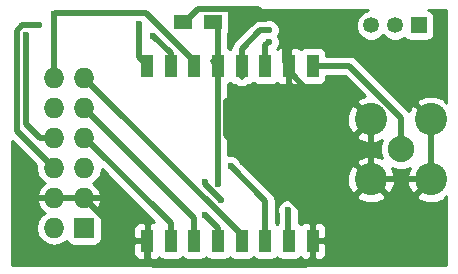
<source format=gbr>
G04 #@! TF.FileFunction,Copper,L1,Top,Signal*
%FSLAX46Y46*%
G04 Gerber Fmt 4.6, Leading zero omitted, Abs format (unit mm)*
G04 Created by KiCad (PCBNEW 4.0.5+dfsg1-4) date Sun Nov 25 22:45:50 2018*
%MOMM*%
%LPD*%
G01*
G04 APERTURE LIST*
%ADD10C,0.100000*%
%ADD11R,1.500000X1.250000*%
%ADD12R,1.050000X1.950000*%
%ADD13C,2.740000*%
%ADD14C,2.240000*%
%ADD15R,1.727200X1.727200*%
%ADD16O,1.727200X1.727200*%
%ADD17R,1.350000X1.350000*%
%ADD18C,1.350000*%
%ADD19C,0.600000*%
%ADD20C,0.500000*%
%ADD21C,0.250000*%
%ADD22C,0.254000*%
G04 APERTURE END LIST*
D10*
D11*
X111580000Y-99740000D03*
X109080000Y-99740000D03*
D12*
X106020000Y-118240000D03*
X108020000Y-118240000D03*
X110020000Y-118240000D03*
X112020000Y-118240000D03*
X114020000Y-118240000D03*
X116020000Y-118240000D03*
X118020000Y-118240000D03*
X120020000Y-118240000D03*
X120020000Y-103440000D03*
X118020000Y-103440000D03*
X116020000Y-103440000D03*
X114020000Y-103440000D03*
X112020000Y-103440000D03*
X110020000Y-103440000D03*
X108020000Y-103440000D03*
X106020000Y-103440000D03*
D13*
X124960000Y-113040000D03*
X130040000Y-113040000D03*
X130040000Y-107960000D03*
X124960000Y-107960000D03*
D14*
X127500000Y-110500000D03*
D15*
X100665000Y-117145000D03*
D16*
X98125000Y-117145000D03*
X100665000Y-114605000D03*
X98125000Y-114605000D03*
X100665000Y-112065000D03*
X98125000Y-112065000D03*
X100665000Y-109525000D03*
X98125000Y-109525000D03*
X100665000Y-106985000D03*
X98125000Y-106985000D03*
X100665000Y-104445000D03*
X98125000Y-104445000D03*
D17*
X129000000Y-100000000D03*
D18*
X127000000Y-100000000D03*
X125000000Y-100000000D03*
D19*
X111975000Y-113450000D03*
X110900000Y-116075000D03*
X112250000Y-114825000D03*
X110875000Y-113225000D03*
X98100000Y-99000000D03*
X113075000Y-111950000D03*
X106550000Y-100875000D03*
X95725000Y-100800000D03*
X105300000Y-99875000D03*
X96850000Y-100000000D03*
X117975000Y-115650000D03*
X116300000Y-100400000D03*
X116300000Y-101400000D03*
D20*
X112020000Y-103440000D02*
X112020000Y-113405000D01*
X112020000Y-113405000D02*
X111975000Y-113450000D01*
X112020000Y-102990000D02*
X112020000Y-103440000D01*
X112020000Y-103440000D02*
X112020000Y-100180000D01*
X112020000Y-100180000D02*
X111580000Y-99740000D01*
X112020000Y-104216400D02*
X112020000Y-103440000D01*
X112000000Y-103460000D02*
X112020000Y-103440000D01*
X111580000Y-103000000D02*
X112020000Y-103440000D01*
X106020000Y-118240000D02*
X106020000Y-119715000D01*
X106020000Y-119715000D02*
X106555000Y-120250000D01*
X106555000Y-120250000D02*
X119500000Y-120250000D01*
X119500000Y-120250000D02*
X120020000Y-119730000D01*
X120020000Y-119730000D02*
X120020000Y-118240000D01*
X120720001Y-106590001D02*
X120580000Y-106450000D01*
X120580000Y-106450000D02*
X118020000Y-103890000D01*
X112720010Y-106404990D02*
X112765020Y-106450000D01*
X112765020Y-106450000D02*
X120580000Y-106450000D01*
X112720010Y-109285008D02*
X112720010Y-106404990D01*
X120020000Y-118240000D02*
X120020000Y-116584998D01*
X120020000Y-116584998D02*
X112720010Y-109285008D01*
X124960000Y-107960000D02*
X123590001Y-106590001D01*
X123590001Y-106590001D02*
X120720001Y-106590001D01*
X118020000Y-103890000D02*
X118020000Y-103440000D01*
X120020000Y-118240000D02*
X120020000Y-118690000D01*
X106020000Y-118690000D02*
X106020000Y-118240000D01*
X100665000Y-114605000D02*
X98125000Y-114605000D01*
X106020000Y-118240000D02*
X104300000Y-118240000D01*
X104300000Y-118240000D02*
X100665000Y-114605000D01*
X120020000Y-118240000D02*
X120020000Y-117790000D01*
X124770000Y-113040000D02*
X124960000Y-113040000D01*
X124960000Y-107960000D02*
X124960000Y-113040000D01*
X106020000Y-118240000D02*
X106020000Y-117790000D01*
X130040000Y-113040000D02*
X130040000Y-111102528D01*
X130040000Y-111102528D02*
X130040000Y-107960000D01*
X124960000Y-113040000D02*
X130040000Y-113040000D01*
X116134000Y-99360000D02*
X115389000Y-98615000D01*
X110330000Y-98615000D02*
X109205000Y-99740000D01*
X109205000Y-99740000D02*
X109080000Y-99740000D01*
X115389000Y-98615000D02*
X110330000Y-98615000D01*
X116134000Y-99360000D02*
X117650000Y-99360000D01*
X117650000Y-99360000D02*
X117650000Y-103070000D01*
X117650000Y-103070000D02*
X118020000Y-103440000D01*
X114020000Y-118240000D02*
X114020000Y-117790000D01*
X114020000Y-117790000D02*
X100675000Y-104445000D01*
X100675000Y-104445000D02*
X100665000Y-104445000D01*
X114020000Y-118240000D02*
X114020000Y-117700000D01*
X110020000Y-118240000D02*
X110020000Y-116340000D01*
X110020000Y-116340000D02*
X100665000Y-106985000D01*
X110000000Y-118220000D02*
X110020000Y-118240000D01*
X110020000Y-118240000D02*
X110020000Y-117790000D01*
D21*
X110020000Y-118240000D02*
X110020000Y-118690000D01*
D20*
X108020000Y-118240000D02*
X108020000Y-116765000D01*
X108020000Y-116765000D02*
X100780000Y-109525000D01*
X100780000Y-109525000D02*
X100665000Y-109525000D01*
X108020000Y-118240000D02*
X108020000Y-118550002D01*
X108020000Y-118240000D02*
X108020000Y-117790000D01*
X108020000Y-118240000D02*
X108020000Y-118690000D01*
X110900000Y-116075000D02*
X112020000Y-117195000D01*
X112020000Y-117195000D02*
X112020000Y-118240000D01*
X110875000Y-113225000D02*
X110875000Y-113450000D01*
X110875000Y-113450000D02*
X112250000Y-114825000D01*
X112020000Y-118240000D02*
X112020000Y-117790000D01*
X98100000Y-99000000D02*
X98100000Y-104420000D01*
X98100000Y-104420000D02*
X98125000Y-104445000D01*
X105955000Y-98925000D02*
X98175000Y-98925000D01*
X98175000Y-98925000D02*
X98100000Y-99000000D01*
X110020000Y-102990000D02*
X105955000Y-98925000D01*
X110020000Y-103440000D02*
X110020000Y-102990000D01*
D21*
X110020000Y-103440000D02*
X110020000Y-103890000D01*
X110020000Y-103890000D02*
X110000000Y-103910000D01*
D20*
X116020000Y-118240000D02*
X116020000Y-114895000D01*
X116020000Y-114895000D02*
X113075000Y-111950000D01*
D21*
X116020000Y-117790000D02*
X116020000Y-118240000D01*
D20*
X106550000Y-100875000D02*
X108020000Y-102345000D01*
X108020000Y-102345000D02*
X108020000Y-103440000D01*
X95725000Y-108346314D02*
X95725000Y-107440870D01*
X95725000Y-107440870D02*
X95725000Y-100800000D01*
X98125000Y-109525000D02*
X96903686Y-109525000D01*
X96903686Y-109525000D02*
X95725000Y-108346314D01*
X107867831Y-103592169D02*
X108020000Y-103440000D01*
X108020000Y-103440000D02*
X108020000Y-102990000D01*
D21*
X108020000Y-103440000D02*
X108020000Y-103890000D01*
X108020000Y-103890000D02*
X108000000Y-103910000D01*
D20*
X105300000Y-99875000D02*
X105300000Y-102720000D01*
X105300000Y-102720000D02*
X106020000Y-103440000D01*
X98125000Y-112065000D02*
X94974999Y-108914999D01*
X94974999Y-108914999D02*
X94974999Y-100439999D01*
X94974999Y-100439999D02*
X95414998Y-100000000D01*
X95414998Y-100000000D02*
X96850000Y-100000000D01*
D21*
X106020000Y-103440000D02*
X106020000Y-103890000D01*
D20*
X120020000Y-103440000D02*
X123133602Y-103440000D01*
X123133602Y-103440000D02*
X127500000Y-107806398D01*
X127500000Y-107806398D02*
X127500000Y-108916081D01*
X127500000Y-108916081D02*
X127500000Y-110500000D01*
X120190000Y-103270000D02*
X120020000Y-103440000D01*
X117975000Y-115650000D02*
X117975000Y-118195000D01*
X117975000Y-118195000D02*
X118020000Y-118240000D01*
X118000000Y-118220000D02*
X118020000Y-118240000D01*
X118020000Y-117790000D02*
X118020000Y-118240000D01*
X114020000Y-103440000D02*
X114020000Y-101965000D01*
X114020000Y-101965000D02*
X115585000Y-100400000D01*
X115585000Y-100400000D02*
X116300000Y-100400000D01*
X114020000Y-104376000D02*
X114020000Y-103440000D01*
X116020000Y-103440000D02*
X116020000Y-101680000D01*
X116020000Y-101680000D02*
X116300000Y-101400000D01*
X116020000Y-103890000D02*
X116020000Y-103440000D01*
D22*
G36*
X124258914Y-98888789D02*
X123890084Y-99256976D01*
X123690228Y-99738282D01*
X123689774Y-100259432D01*
X123888789Y-100741086D01*
X124256976Y-101109916D01*
X124738282Y-101309772D01*
X125259432Y-101310226D01*
X125741086Y-101111211D01*
X126000129Y-100852620D01*
X126256976Y-101109916D01*
X126738282Y-101309772D01*
X127259432Y-101310226D01*
X127741086Y-101111211D01*
X127808077Y-101044337D01*
X127860910Y-101126441D01*
X128073110Y-101271431D01*
X128325000Y-101322440D01*
X129675000Y-101322440D01*
X129910317Y-101278162D01*
X130126441Y-101139090D01*
X130271431Y-100926890D01*
X130322440Y-100675000D01*
X130322440Y-99325000D01*
X130278162Y-99089683D01*
X130139090Y-98873559D01*
X129926890Y-98728569D01*
X129835194Y-98710000D01*
X131290000Y-98710000D01*
X131290000Y-106530392D01*
X131280440Y-106539952D01*
X131136531Y-106234688D01*
X130392814Y-105946395D01*
X129595385Y-105964656D01*
X128943469Y-106234688D01*
X128799559Y-106539954D01*
X130040000Y-107780395D01*
X130054143Y-107766253D01*
X130233748Y-107945858D01*
X130219605Y-107960000D01*
X130233748Y-107974143D01*
X130054143Y-108153748D01*
X130040000Y-108139605D01*
X130025858Y-108153748D01*
X129846253Y-107974143D01*
X129860395Y-107960000D01*
X128619954Y-106719559D01*
X128314688Y-106863469D01*
X128167535Y-107243084D01*
X128125790Y-107180608D01*
X128125787Y-107180606D01*
X123759392Y-102814210D01*
X123712133Y-102782633D01*
X123472277Y-102622367D01*
X123416086Y-102611190D01*
X123133602Y-102554999D01*
X123133597Y-102555000D01*
X121192440Y-102555000D01*
X121192440Y-102465000D01*
X121148162Y-102229683D01*
X121009090Y-102013559D01*
X120796890Y-101868569D01*
X120545000Y-101817560D01*
X119495000Y-101817560D01*
X119259683Y-101861838D01*
X119043559Y-102000910D01*
X119017327Y-102039302D01*
X118904699Y-101926673D01*
X118671310Y-101830000D01*
X118305750Y-101830000D01*
X118147000Y-101988750D01*
X118147000Y-103313000D01*
X118167000Y-103313000D01*
X118167000Y-103567000D01*
X118147000Y-103567000D01*
X118147000Y-104891250D01*
X118305750Y-105050000D01*
X118671310Y-105050000D01*
X118904699Y-104953327D01*
X119015513Y-104842513D01*
X119030910Y-104866441D01*
X119243110Y-105011431D01*
X119495000Y-105062440D01*
X120545000Y-105062440D01*
X120780317Y-105018162D01*
X120996441Y-104879090D01*
X121141431Y-104666890D01*
X121192440Y-104415000D01*
X121192440Y-104325000D01*
X122767022Y-104325000D01*
X124438518Y-105996495D01*
X123863469Y-106234688D01*
X123719559Y-106539954D01*
X124960000Y-107780395D01*
X124974143Y-107766253D01*
X125153748Y-107945858D01*
X125139605Y-107960000D01*
X125153748Y-107974143D01*
X124974143Y-108153748D01*
X124960000Y-108139605D01*
X123719559Y-109380046D01*
X123863469Y-109685312D01*
X124607186Y-109973605D01*
X125404615Y-109955344D01*
X125913381Y-109744606D01*
X125745306Y-110149377D01*
X125744697Y-110847559D01*
X125915049Y-111259844D01*
X125312814Y-111026395D01*
X124515385Y-111044656D01*
X123863469Y-111314688D01*
X123719559Y-111619954D01*
X124960000Y-112860395D01*
X124974143Y-112846253D01*
X125153748Y-113025858D01*
X125139605Y-113040000D01*
X126380046Y-114280441D01*
X126685312Y-114136531D01*
X126973605Y-113392814D01*
X126955344Y-112595385D01*
X126744606Y-112086619D01*
X127149377Y-112254694D01*
X127847559Y-112255303D01*
X128259844Y-112084951D01*
X128026395Y-112687186D01*
X128044656Y-113484615D01*
X128314688Y-114136531D01*
X128619954Y-114280441D01*
X129860395Y-113040000D01*
X129846253Y-113025858D01*
X130025858Y-112846253D01*
X130040000Y-112860395D01*
X130054143Y-112846253D01*
X130233748Y-113025858D01*
X130219605Y-113040000D01*
X130233748Y-113054143D01*
X130054143Y-113233748D01*
X130040000Y-113219605D01*
X128799559Y-114460046D01*
X128943469Y-114765312D01*
X129687186Y-115053605D01*
X130484615Y-115035344D01*
X131136531Y-114765312D01*
X131280440Y-114460048D01*
X131290000Y-114469608D01*
X131290000Y-120290000D01*
X94610000Y-120290000D01*
X94610000Y-117145000D01*
X96597041Y-117145000D01*
X96711115Y-117718489D01*
X97035971Y-118204670D01*
X97522152Y-118529526D01*
X98095641Y-118643600D01*
X98154359Y-118643600D01*
X98727848Y-118529526D01*
X99193442Y-118218426D01*
X99198238Y-118243917D01*
X99337310Y-118460041D01*
X99549510Y-118605031D01*
X99801400Y-118656040D01*
X101528600Y-118656040D01*
X101763917Y-118611762D01*
X101897583Y-118525750D01*
X104860000Y-118525750D01*
X104860000Y-119341309D01*
X104956673Y-119574698D01*
X105135301Y-119753327D01*
X105368690Y-119850000D01*
X105734250Y-119850000D01*
X105893000Y-119691250D01*
X105893000Y-118367000D01*
X105018750Y-118367000D01*
X104860000Y-118525750D01*
X101897583Y-118525750D01*
X101980041Y-118472690D01*
X102125031Y-118260490D01*
X102176040Y-118008600D01*
X102176040Y-117138691D01*
X104860000Y-117138691D01*
X104860000Y-117954250D01*
X105018750Y-118113000D01*
X105893000Y-118113000D01*
X105893000Y-116788750D01*
X105734250Y-116630000D01*
X105368690Y-116630000D01*
X105135301Y-116726673D01*
X104956673Y-116905302D01*
X104860000Y-117138691D01*
X102176040Y-117138691D01*
X102176040Y-116281400D01*
X102131762Y-116046083D01*
X101992690Y-115829959D01*
X101780490Y-115684969D01*
X101686625Y-115665961D01*
X101947688Y-115379947D01*
X102119958Y-114964026D01*
X101998817Y-114732000D01*
X100792000Y-114732000D01*
X100792000Y-114752000D01*
X100538000Y-114752000D01*
X100538000Y-114732000D01*
X98252000Y-114732000D01*
X98252000Y-114752000D01*
X97998000Y-114752000D01*
X97998000Y-114732000D01*
X96791183Y-114732000D01*
X96670042Y-114964026D01*
X96842312Y-115379947D01*
X97236510Y-115811821D01*
X97359228Y-115869336D01*
X97035971Y-116085330D01*
X96711115Y-116571511D01*
X96597041Y-117145000D01*
X94610000Y-117145000D01*
X94610000Y-109801580D01*
X96642895Y-111834475D01*
X96597041Y-112065000D01*
X96711115Y-112638489D01*
X97035971Y-113124670D01*
X97359228Y-113340664D01*
X97236510Y-113398179D01*
X96842312Y-113830053D01*
X96670042Y-114245974D01*
X96791183Y-114478000D01*
X97998000Y-114478000D01*
X97998000Y-114458000D01*
X98252000Y-114458000D01*
X98252000Y-114478000D01*
X100538000Y-114478000D01*
X100538000Y-114458000D01*
X100792000Y-114458000D01*
X100792000Y-114478000D01*
X101998817Y-114478000D01*
X102119958Y-114245974D01*
X101947688Y-113830053D01*
X101553490Y-113398179D01*
X101430772Y-113340664D01*
X101754029Y-113124670D01*
X102078885Y-112638489D01*
X102172297Y-112168876D01*
X106633421Y-116630000D01*
X106305750Y-116630000D01*
X106147000Y-116788750D01*
X106147000Y-118113000D01*
X106167000Y-118113000D01*
X106167000Y-118367000D01*
X106147000Y-118367000D01*
X106147000Y-119691250D01*
X106305750Y-119850000D01*
X106671310Y-119850000D01*
X106904699Y-119753327D01*
X107015513Y-119642513D01*
X107030910Y-119666441D01*
X107243110Y-119811431D01*
X107495000Y-119862440D01*
X108545000Y-119862440D01*
X108780317Y-119818162D01*
X108996441Y-119679090D01*
X109018384Y-119646975D01*
X109030910Y-119666441D01*
X109243110Y-119811431D01*
X109495000Y-119862440D01*
X110545000Y-119862440D01*
X110780317Y-119818162D01*
X110996441Y-119679090D01*
X111018384Y-119646975D01*
X111030910Y-119666441D01*
X111243110Y-119811431D01*
X111495000Y-119862440D01*
X112545000Y-119862440D01*
X112780317Y-119818162D01*
X112996441Y-119679090D01*
X113018384Y-119646975D01*
X113030910Y-119666441D01*
X113243110Y-119811431D01*
X113495000Y-119862440D01*
X114545000Y-119862440D01*
X114780317Y-119818162D01*
X114996441Y-119679090D01*
X115018384Y-119646975D01*
X115030910Y-119666441D01*
X115243110Y-119811431D01*
X115495000Y-119862440D01*
X116545000Y-119862440D01*
X116780317Y-119818162D01*
X116996441Y-119679090D01*
X117018384Y-119646975D01*
X117030910Y-119666441D01*
X117243110Y-119811431D01*
X117495000Y-119862440D01*
X118545000Y-119862440D01*
X118780317Y-119818162D01*
X118996441Y-119679090D01*
X119022673Y-119640698D01*
X119135301Y-119753327D01*
X119368690Y-119850000D01*
X119734250Y-119850000D01*
X119893000Y-119691250D01*
X119893000Y-118367000D01*
X120147000Y-118367000D01*
X120147000Y-119691250D01*
X120305750Y-119850000D01*
X120671310Y-119850000D01*
X120904699Y-119753327D01*
X121083327Y-119574698D01*
X121180000Y-119341309D01*
X121180000Y-118525750D01*
X121021250Y-118367000D01*
X120147000Y-118367000D01*
X119893000Y-118367000D01*
X119873000Y-118367000D01*
X119873000Y-118113000D01*
X119893000Y-118113000D01*
X119893000Y-116788750D01*
X120147000Y-116788750D01*
X120147000Y-118113000D01*
X121021250Y-118113000D01*
X121180000Y-117954250D01*
X121180000Y-117138691D01*
X121083327Y-116905302D01*
X120904699Y-116726673D01*
X120671310Y-116630000D01*
X120305750Y-116630000D01*
X120147000Y-116788750D01*
X119893000Y-116788750D01*
X119734250Y-116630000D01*
X119368690Y-116630000D01*
X119135301Y-116726673D01*
X119024487Y-116837487D01*
X119009090Y-116813559D01*
X118860000Y-116711690D01*
X118860000Y-115956822D01*
X118909838Y-115836799D01*
X118910162Y-115464833D01*
X118768117Y-115121057D01*
X118505327Y-114857808D01*
X118161799Y-114715162D01*
X117789833Y-114714838D01*
X117446057Y-114856883D01*
X117182808Y-115119673D01*
X117040162Y-115463201D01*
X117039838Y-115835167D01*
X117090000Y-115956569D01*
X117090000Y-116771026D01*
X117043559Y-116800910D01*
X117021616Y-116833025D01*
X117009090Y-116813559D01*
X116905000Y-116742437D01*
X116905000Y-114895005D01*
X116905001Y-114895000D01*
X116837633Y-114556326D01*
X116837633Y-114556325D01*
X116773302Y-114460046D01*
X123719559Y-114460046D01*
X123863469Y-114765312D01*
X124607186Y-115053605D01*
X125404615Y-115035344D01*
X126056531Y-114765312D01*
X126200441Y-114460046D01*
X124960000Y-113219605D01*
X123719559Y-114460046D01*
X116773302Y-114460046D01*
X116645790Y-114269210D01*
X116645787Y-114269208D01*
X115063766Y-112687186D01*
X122946395Y-112687186D01*
X122964656Y-113484615D01*
X123234688Y-114136531D01*
X123539954Y-114280441D01*
X124780395Y-113040000D01*
X123539954Y-111799559D01*
X123234688Y-111943469D01*
X122946395Y-112687186D01*
X115063766Y-112687186D01*
X113917744Y-111541164D01*
X113868117Y-111421057D01*
X113605327Y-111157808D01*
X113261799Y-111015162D01*
X112905000Y-111014851D01*
X112905000Y-107607186D01*
X122946395Y-107607186D01*
X122964656Y-108404615D01*
X123234688Y-109056531D01*
X123539954Y-109200441D01*
X124780395Y-107960000D01*
X123539954Y-106719559D01*
X123234688Y-106863469D01*
X122946395Y-107607186D01*
X112905000Y-107607186D01*
X112905000Y-104937931D01*
X112996441Y-104879090D01*
X113018384Y-104846975D01*
X113030910Y-104866441D01*
X113243110Y-105011431D01*
X113480622Y-105059528D01*
X113681325Y-105193633D01*
X114020000Y-105261000D01*
X114358675Y-105193633D01*
X114558948Y-105059815D01*
X114780317Y-105018162D01*
X114996441Y-104879090D01*
X115018384Y-104846975D01*
X115030910Y-104866441D01*
X115243110Y-105011431D01*
X115495000Y-105062440D01*
X116545000Y-105062440D01*
X116780317Y-105018162D01*
X116996441Y-104879090D01*
X117022673Y-104840698D01*
X117135301Y-104953327D01*
X117368690Y-105050000D01*
X117734250Y-105050000D01*
X117893000Y-104891250D01*
X117893000Y-103567000D01*
X117873000Y-103567000D01*
X117873000Y-103313000D01*
X117893000Y-103313000D01*
X117893000Y-101988750D01*
X117734250Y-101830000D01*
X117368690Y-101830000D01*
X117135301Y-101926673D01*
X117024487Y-102037487D01*
X117009090Y-102013559D01*
X117008927Y-102013447D01*
X117092192Y-101930327D01*
X117234838Y-101586799D01*
X117235162Y-101214833D01*
X117104931Y-100899649D01*
X117234838Y-100586799D01*
X117235162Y-100214833D01*
X117093117Y-99871057D01*
X116830327Y-99607808D01*
X116486799Y-99465162D01*
X116114833Y-99464838D01*
X115993431Y-99515000D01*
X115585005Y-99515000D01*
X115585000Y-99514999D01*
X115246325Y-99582367D01*
X114959210Y-99774210D01*
X114959208Y-99774213D01*
X113394210Y-101339210D01*
X113202367Y-101626325D01*
X113202367Y-101626326D01*
X113140230Y-101938704D01*
X113043559Y-102000910D01*
X113021616Y-102033025D01*
X113009090Y-102013559D01*
X112905000Y-101942437D01*
X112905000Y-100648255D01*
X112926431Y-100616890D01*
X112977440Y-100365000D01*
X112977440Y-99115000D01*
X112933162Y-98879683D01*
X112823974Y-98710000D01*
X124691617Y-98710000D01*
X124258914Y-98888789D01*
X124258914Y-98888789D01*
G37*
X124258914Y-98888789D02*
X123890084Y-99256976D01*
X123690228Y-99738282D01*
X123689774Y-100259432D01*
X123888789Y-100741086D01*
X124256976Y-101109916D01*
X124738282Y-101309772D01*
X125259432Y-101310226D01*
X125741086Y-101111211D01*
X126000129Y-100852620D01*
X126256976Y-101109916D01*
X126738282Y-101309772D01*
X127259432Y-101310226D01*
X127741086Y-101111211D01*
X127808077Y-101044337D01*
X127860910Y-101126441D01*
X128073110Y-101271431D01*
X128325000Y-101322440D01*
X129675000Y-101322440D01*
X129910317Y-101278162D01*
X130126441Y-101139090D01*
X130271431Y-100926890D01*
X130322440Y-100675000D01*
X130322440Y-99325000D01*
X130278162Y-99089683D01*
X130139090Y-98873559D01*
X129926890Y-98728569D01*
X129835194Y-98710000D01*
X131290000Y-98710000D01*
X131290000Y-106530392D01*
X131280440Y-106539952D01*
X131136531Y-106234688D01*
X130392814Y-105946395D01*
X129595385Y-105964656D01*
X128943469Y-106234688D01*
X128799559Y-106539954D01*
X130040000Y-107780395D01*
X130054143Y-107766253D01*
X130233748Y-107945858D01*
X130219605Y-107960000D01*
X130233748Y-107974143D01*
X130054143Y-108153748D01*
X130040000Y-108139605D01*
X130025858Y-108153748D01*
X129846253Y-107974143D01*
X129860395Y-107960000D01*
X128619954Y-106719559D01*
X128314688Y-106863469D01*
X128167535Y-107243084D01*
X128125790Y-107180608D01*
X128125787Y-107180606D01*
X123759392Y-102814210D01*
X123712133Y-102782633D01*
X123472277Y-102622367D01*
X123416086Y-102611190D01*
X123133602Y-102554999D01*
X123133597Y-102555000D01*
X121192440Y-102555000D01*
X121192440Y-102465000D01*
X121148162Y-102229683D01*
X121009090Y-102013559D01*
X120796890Y-101868569D01*
X120545000Y-101817560D01*
X119495000Y-101817560D01*
X119259683Y-101861838D01*
X119043559Y-102000910D01*
X119017327Y-102039302D01*
X118904699Y-101926673D01*
X118671310Y-101830000D01*
X118305750Y-101830000D01*
X118147000Y-101988750D01*
X118147000Y-103313000D01*
X118167000Y-103313000D01*
X118167000Y-103567000D01*
X118147000Y-103567000D01*
X118147000Y-104891250D01*
X118305750Y-105050000D01*
X118671310Y-105050000D01*
X118904699Y-104953327D01*
X119015513Y-104842513D01*
X119030910Y-104866441D01*
X119243110Y-105011431D01*
X119495000Y-105062440D01*
X120545000Y-105062440D01*
X120780317Y-105018162D01*
X120996441Y-104879090D01*
X121141431Y-104666890D01*
X121192440Y-104415000D01*
X121192440Y-104325000D01*
X122767022Y-104325000D01*
X124438518Y-105996495D01*
X123863469Y-106234688D01*
X123719559Y-106539954D01*
X124960000Y-107780395D01*
X124974143Y-107766253D01*
X125153748Y-107945858D01*
X125139605Y-107960000D01*
X125153748Y-107974143D01*
X124974143Y-108153748D01*
X124960000Y-108139605D01*
X123719559Y-109380046D01*
X123863469Y-109685312D01*
X124607186Y-109973605D01*
X125404615Y-109955344D01*
X125913381Y-109744606D01*
X125745306Y-110149377D01*
X125744697Y-110847559D01*
X125915049Y-111259844D01*
X125312814Y-111026395D01*
X124515385Y-111044656D01*
X123863469Y-111314688D01*
X123719559Y-111619954D01*
X124960000Y-112860395D01*
X124974143Y-112846253D01*
X125153748Y-113025858D01*
X125139605Y-113040000D01*
X126380046Y-114280441D01*
X126685312Y-114136531D01*
X126973605Y-113392814D01*
X126955344Y-112595385D01*
X126744606Y-112086619D01*
X127149377Y-112254694D01*
X127847559Y-112255303D01*
X128259844Y-112084951D01*
X128026395Y-112687186D01*
X128044656Y-113484615D01*
X128314688Y-114136531D01*
X128619954Y-114280441D01*
X129860395Y-113040000D01*
X129846253Y-113025858D01*
X130025858Y-112846253D01*
X130040000Y-112860395D01*
X130054143Y-112846253D01*
X130233748Y-113025858D01*
X130219605Y-113040000D01*
X130233748Y-113054143D01*
X130054143Y-113233748D01*
X130040000Y-113219605D01*
X128799559Y-114460046D01*
X128943469Y-114765312D01*
X129687186Y-115053605D01*
X130484615Y-115035344D01*
X131136531Y-114765312D01*
X131280440Y-114460048D01*
X131290000Y-114469608D01*
X131290000Y-120290000D01*
X94610000Y-120290000D01*
X94610000Y-117145000D01*
X96597041Y-117145000D01*
X96711115Y-117718489D01*
X97035971Y-118204670D01*
X97522152Y-118529526D01*
X98095641Y-118643600D01*
X98154359Y-118643600D01*
X98727848Y-118529526D01*
X99193442Y-118218426D01*
X99198238Y-118243917D01*
X99337310Y-118460041D01*
X99549510Y-118605031D01*
X99801400Y-118656040D01*
X101528600Y-118656040D01*
X101763917Y-118611762D01*
X101897583Y-118525750D01*
X104860000Y-118525750D01*
X104860000Y-119341309D01*
X104956673Y-119574698D01*
X105135301Y-119753327D01*
X105368690Y-119850000D01*
X105734250Y-119850000D01*
X105893000Y-119691250D01*
X105893000Y-118367000D01*
X105018750Y-118367000D01*
X104860000Y-118525750D01*
X101897583Y-118525750D01*
X101980041Y-118472690D01*
X102125031Y-118260490D01*
X102176040Y-118008600D01*
X102176040Y-117138691D01*
X104860000Y-117138691D01*
X104860000Y-117954250D01*
X105018750Y-118113000D01*
X105893000Y-118113000D01*
X105893000Y-116788750D01*
X105734250Y-116630000D01*
X105368690Y-116630000D01*
X105135301Y-116726673D01*
X104956673Y-116905302D01*
X104860000Y-117138691D01*
X102176040Y-117138691D01*
X102176040Y-116281400D01*
X102131762Y-116046083D01*
X101992690Y-115829959D01*
X101780490Y-115684969D01*
X101686625Y-115665961D01*
X101947688Y-115379947D01*
X102119958Y-114964026D01*
X101998817Y-114732000D01*
X100792000Y-114732000D01*
X100792000Y-114752000D01*
X100538000Y-114752000D01*
X100538000Y-114732000D01*
X98252000Y-114732000D01*
X98252000Y-114752000D01*
X97998000Y-114752000D01*
X97998000Y-114732000D01*
X96791183Y-114732000D01*
X96670042Y-114964026D01*
X96842312Y-115379947D01*
X97236510Y-115811821D01*
X97359228Y-115869336D01*
X97035971Y-116085330D01*
X96711115Y-116571511D01*
X96597041Y-117145000D01*
X94610000Y-117145000D01*
X94610000Y-109801580D01*
X96642895Y-111834475D01*
X96597041Y-112065000D01*
X96711115Y-112638489D01*
X97035971Y-113124670D01*
X97359228Y-113340664D01*
X97236510Y-113398179D01*
X96842312Y-113830053D01*
X96670042Y-114245974D01*
X96791183Y-114478000D01*
X97998000Y-114478000D01*
X97998000Y-114458000D01*
X98252000Y-114458000D01*
X98252000Y-114478000D01*
X100538000Y-114478000D01*
X100538000Y-114458000D01*
X100792000Y-114458000D01*
X100792000Y-114478000D01*
X101998817Y-114478000D01*
X102119958Y-114245974D01*
X101947688Y-113830053D01*
X101553490Y-113398179D01*
X101430772Y-113340664D01*
X101754029Y-113124670D01*
X102078885Y-112638489D01*
X102172297Y-112168876D01*
X106633421Y-116630000D01*
X106305750Y-116630000D01*
X106147000Y-116788750D01*
X106147000Y-118113000D01*
X106167000Y-118113000D01*
X106167000Y-118367000D01*
X106147000Y-118367000D01*
X106147000Y-119691250D01*
X106305750Y-119850000D01*
X106671310Y-119850000D01*
X106904699Y-119753327D01*
X107015513Y-119642513D01*
X107030910Y-119666441D01*
X107243110Y-119811431D01*
X107495000Y-119862440D01*
X108545000Y-119862440D01*
X108780317Y-119818162D01*
X108996441Y-119679090D01*
X109018384Y-119646975D01*
X109030910Y-119666441D01*
X109243110Y-119811431D01*
X109495000Y-119862440D01*
X110545000Y-119862440D01*
X110780317Y-119818162D01*
X110996441Y-119679090D01*
X111018384Y-119646975D01*
X111030910Y-119666441D01*
X111243110Y-119811431D01*
X111495000Y-119862440D01*
X112545000Y-119862440D01*
X112780317Y-119818162D01*
X112996441Y-119679090D01*
X113018384Y-119646975D01*
X113030910Y-119666441D01*
X113243110Y-119811431D01*
X113495000Y-119862440D01*
X114545000Y-119862440D01*
X114780317Y-119818162D01*
X114996441Y-119679090D01*
X115018384Y-119646975D01*
X115030910Y-119666441D01*
X115243110Y-119811431D01*
X115495000Y-119862440D01*
X116545000Y-119862440D01*
X116780317Y-119818162D01*
X116996441Y-119679090D01*
X117018384Y-119646975D01*
X117030910Y-119666441D01*
X117243110Y-119811431D01*
X117495000Y-119862440D01*
X118545000Y-119862440D01*
X118780317Y-119818162D01*
X118996441Y-119679090D01*
X119022673Y-119640698D01*
X119135301Y-119753327D01*
X119368690Y-119850000D01*
X119734250Y-119850000D01*
X119893000Y-119691250D01*
X119893000Y-118367000D01*
X120147000Y-118367000D01*
X120147000Y-119691250D01*
X120305750Y-119850000D01*
X120671310Y-119850000D01*
X120904699Y-119753327D01*
X121083327Y-119574698D01*
X121180000Y-119341309D01*
X121180000Y-118525750D01*
X121021250Y-118367000D01*
X120147000Y-118367000D01*
X119893000Y-118367000D01*
X119873000Y-118367000D01*
X119873000Y-118113000D01*
X119893000Y-118113000D01*
X119893000Y-116788750D01*
X120147000Y-116788750D01*
X120147000Y-118113000D01*
X121021250Y-118113000D01*
X121180000Y-117954250D01*
X121180000Y-117138691D01*
X121083327Y-116905302D01*
X120904699Y-116726673D01*
X120671310Y-116630000D01*
X120305750Y-116630000D01*
X120147000Y-116788750D01*
X119893000Y-116788750D01*
X119734250Y-116630000D01*
X119368690Y-116630000D01*
X119135301Y-116726673D01*
X119024487Y-116837487D01*
X119009090Y-116813559D01*
X118860000Y-116711690D01*
X118860000Y-115956822D01*
X118909838Y-115836799D01*
X118910162Y-115464833D01*
X118768117Y-115121057D01*
X118505327Y-114857808D01*
X118161799Y-114715162D01*
X117789833Y-114714838D01*
X117446057Y-114856883D01*
X117182808Y-115119673D01*
X117040162Y-115463201D01*
X117039838Y-115835167D01*
X117090000Y-115956569D01*
X117090000Y-116771026D01*
X117043559Y-116800910D01*
X117021616Y-116833025D01*
X117009090Y-116813559D01*
X116905000Y-116742437D01*
X116905000Y-114895005D01*
X116905001Y-114895000D01*
X116837633Y-114556326D01*
X116837633Y-114556325D01*
X116773302Y-114460046D01*
X123719559Y-114460046D01*
X123863469Y-114765312D01*
X124607186Y-115053605D01*
X125404615Y-115035344D01*
X126056531Y-114765312D01*
X126200441Y-114460046D01*
X124960000Y-113219605D01*
X123719559Y-114460046D01*
X116773302Y-114460046D01*
X116645790Y-114269210D01*
X116645787Y-114269208D01*
X115063766Y-112687186D01*
X122946395Y-112687186D01*
X122964656Y-113484615D01*
X123234688Y-114136531D01*
X123539954Y-114280441D01*
X124780395Y-113040000D01*
X123539954Y-111799559D01*
X123234688Y-111943469D01*
X122946395Y-112687186D01*
X115063766Y-112687186D01*
X113917744Y-111541164D01*
X113868117Y-111421057D01*
X113605327Y-111157808D01*
X113261799Y-111015162D01*
X112905000Y-111014851D01*
X112905000Y-107607186D01*
X122946395Y-107607186D01*
X122964656Y-108404615D01*
X123234688Y-109056531D01*
X123539954Y-109200441D01*
X124780395Y-107960000D01*
X123539954Y-106719559D01*
X123234688Y-106863469D01*
X122946395Y-107607186D01*
X112905000Y-107607186D01*
X112905000Y-104937931D01*
X112996441Y-104879090D01*
X113018384Y-104846975D01*
X113030910Y-104866441D01*
X113243110Y-105011431D01*
X113480622Y-105059528D01*
X113681325Y-105193633D01*
X114020000Y-105261000D01*
X114358675Y-105193633D01*
X114558948Y-105059815D01*
X114780317Y-105018162D01*
X114996441Y-104879090D01*
X115018384Y-104846975D01*
X115030910Y-104866441D01*
X115243110Y-105011431D01*
X115495000Y-105062440D01*
X116545000Y-105062440D01*
X116780317Y-105018162D01*
X116996441Y-104879090D01*
X117022673Y-104840698D01*
X117135301Y-104953327D01*
X117368690Y-105050000D01*
X117734250Y-105050000D01*
X117893000Y-104891250D01*
X117893000Y-103567000D01*
X117873000Y-103567000D01*
X117873000Y-103313000D01*
X117893000Y-103313000D01*
X117893000Y-101988750D01*
X117734250Y-101830000D01*
X117368690Y-101830000D01*
X117135301Y-101926673D01*
X117024487Y-102037487D01*
X117009090Y-102013559D01*
X117008927Y-102013447D01*
X117092192Y-101930327D01*
X117234838Y-101586799D01*
X117235162Y-101214833D01*
X117104931Y-100899649D01*
X117234838Y-100586799D01*
X117235162Y-100214833D01*
X117093117Y-99871057D01*
X116830327Y-99607808D01*
X116486799Y-99465162D01*
X116114833Y-99464838D01*
X115993431Y-99515000D01*
X115585005Y-99515000D01*
X115585000Y-99514999D01*
X115246325Y-99582367D01*
X114959210Y-99774210D01*
X114959208Y-99774213D01*
X113394210Y-101339210D01*
X113202367Y-101626325D01*
X113202367Y-101626326D01*
X113140230Y-101938704D01*
X113043559Y-102000910D01*
X113021616Y-102033025D01*
X113009090Y-102013559D01*
X112905000Y-101942437D01*
X112905000Y-100648255D01*
X112926431Y-100616890D01*
X112977440Y-100365000D01*
X112977440Y-99115000D01*
X112933162Y-98879683D01*
X112823974Y-98710000D01*
X124691617Y-98710000D01*
X124258914Y-98888789D01*
G36*
X109207000Y-99613000D02*
X109227000Y-99613000D01*
X109227000Y-99867000D01*
X109207000Y-99867000D01*
X109207000Y-99887000D01*
X108953000Y-99887000D01*
X108953000Y-99867000D01*
X108933000Y-99867000D01*
X108933000Y-99613000D01*
X108953000Y-99613000D01*
X108953000Y-99593000D01*
X109207000Y-99593000D01*
X109207000Y-99613000D01*
X109207000Y-99613000D01*
G37*
X109207000Y-99613000D02*
X109227000Y-99613000D01*
X109227000Y-99867000D01*
X109207000Y-99867000D01*
X109207000Y-99887000D01*
X108953000Y-99887000D01*
X108953000Y-99867000D01*
X108933000Y-99867000D01*
X108933000Y-99613000D01*
X108953000Y-99613000D01*
X108953000Y-99593000D01*
X109207000Y-99593000D01*
X109207000Y-99613000D01*
M02*

</source>
